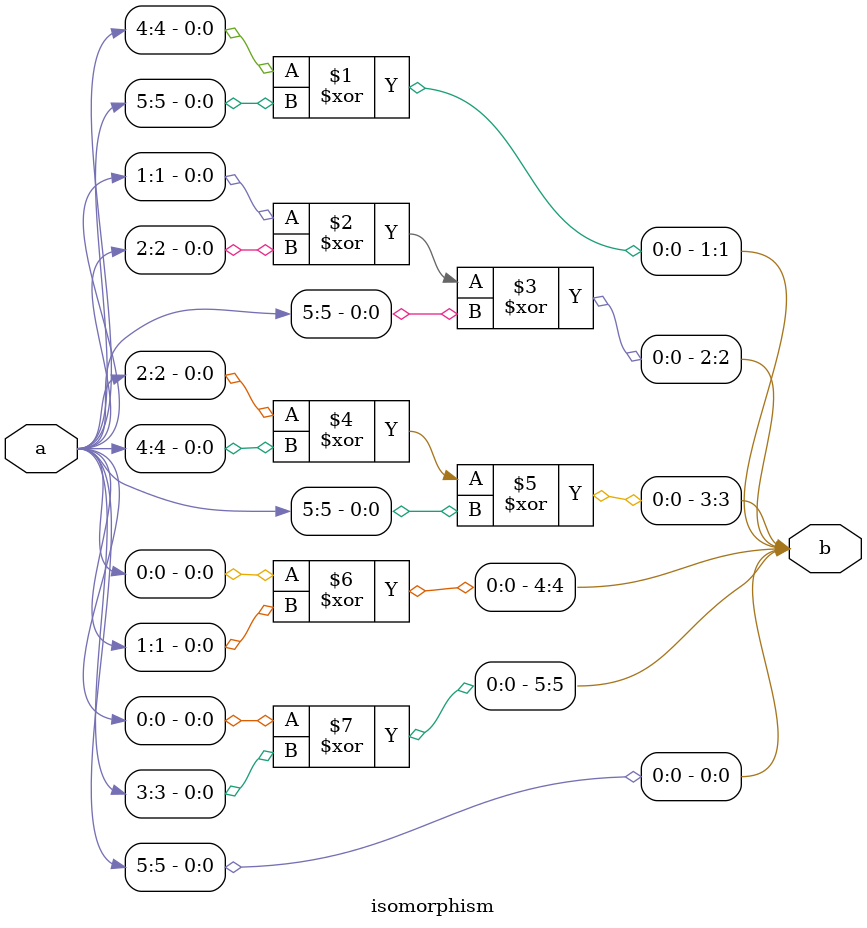
<source format=v>
`timescale 1ns/100ps
module SMSS32_5_nn_2_3(x,y);
	 input [5:0] x;
	 output [5:0] y;
	 wire [5:0] w;
	 wire [5:0] p;
	 isomorphism C2 (x,w);
	 power_5 C3 (w,p);
	 inv_isomorphism C4 (p,y);
endmodule

module add_base(a,b,c);
	 input [2:0] a;
	 input [2:0] b;
	 output [2:0] c;
	 assign c[0]=a[0]^b[0];
	 assign c[1]=a[1]^b[1];
	 assign c[2]=a[2]^b[2];
endmodule

module five_base(a,b);
	 input [2:0] a;
	 output [2:0] b;
	 assign b[0]=a[2]^(a[1]&(~a[0]));
	 assign b[1]=a[0]^(a[2]&(~a[1]));
	 assign b[2]=a[1]^(a[0]&(~a[2]));
endmodule

module power_5(a,b);
	 input [5:0] a;
	 output [5:0] b;
	 wire [2:0] x_0;
	 wire [2:0] x_1;
	 wire [2:0] x_2;
	 wire [2:0] x_3;
	 wire [2:0] x_4;
	 wire [2:0] x_5;
	 wire [2:0] y_0;
	 wire [2:0] y_1;
	 assign x_0[0]=a[0];
	 assign x_0[1]=a[1];
	 assign x_0[2]=a[2];
	 assign x_1[0]=a[3];
	 assign x_1[1]=a[4];
	 assign x_1[2]=a[5];
	 add_base A1 (x_0,x_1,x_2);
	 five_base A2 (x_2,x_3);
	 five_base  A3 (x_0,x_4);
	 five_base A4 (x_1,x_5);
	 add_base A5 (x_5,x_3,y_0);
	 add_base A6 (x_4,x_3,y_1);
	 assign b[0]=y_1[0];
	 assign b[1]=y_1[1];
	 assign b[2]=y_1[2];
	 assign b[3]=y_0[0];
	 assign b[4]=y_0[1];
	 assign b[5]=y_0[2];
endmodule

module inv_isomorphism(a,b);
	 input [5:0] a;
	 output [5:0] b;
	 assign b[0]=a[0];
	 assign b[1]=a[0]^a[1]^a[2]^a[4];
	 assign b[2]=a[1]^a[2]^a[5];
	 assign b[3]=a[2];
	 assign b[4]=a[0]^a[4];
	 assign b[5]=a[0]^a[2]^a[3];
endmodule

module isomorphism(a,b);
	 input [5:0] a;
	 output [5:0] b;
	 assign b[0]=a[5];
	 assign b[1]=a[4]^a[5];
	 assign b[2]=a[1]^a[2]^a[5];
	 assign b[3]=a[2]^a[4]^a[5];
	 assign b[4]=a[0]^a[1];
	 assign b[5]=a[0]^a[3];
endmodule


</source>
